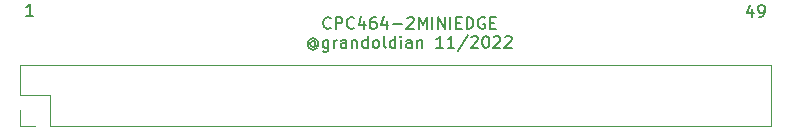
<source format=gbr>
%TF.GenerationSoftware,KiCad,Pcbnew,(6.0.0)*%
%TF.CreationDate,2022-11-25T01:18:30+00:00*%
%TF.ProjectId,CPC464-2MINI-EDGE,43504334-3634-42d3-924d-494e492d4544,rev?*%
%TF.SameCoordinates,Original*%
%TF.FileFunction,Legend,Top*%
%TF.FilePolarity,Positive*%
%FSLAX46Y46*%
G04 Gerber Fmt 4.6, Leading zero omitted, Abs format (unit mm)*
G04 Created by KiCad (PCBNEW (6.0.0)) date 2022-11-25 01:18:30*
%MOMM*%
%LPD*%
G01*
G04 APERTURE LIST*
%ADD10C,0.150000*%
%ADD11C,0.120000*%
G04 APERTURE END LIST*
D10*
X217388323Y-55736942D02*
X217340704Y-55784561D01*
X217197847Y-55832180D01*
X217102609Y-55832180D01*
X216959752Y-55784561D01*
X216864514Y-55689323D01*
X216816895Y-55594085D01*
X216769276Y-55403609D01*
X216769276Y-55260752D01*
X216816895Y-55070276D01*
X216864514Y-54975038D01*
X216959752Y-54879800D01*
X217102609Y-54832180D01*
X217197847Y-54832180D01*
X217340704Y-54879800D01*
X217388323Y-54927419D01*
X217816895Y-55832180D02*
X217816895Y-54832180D01*
X218197847Y-54832180D01*
X218293085Y-54879800D01*
X218340704Y-54927419D01*
X218388323Y-55022657D01*
X218388323Y-55165514D01*
X218340704Y-55260752D01*
X218293085Y-55308371D01*
X218197847Y-55355990D01*
X217816895Y-55355990D01*
X219388323Y-55736942D02*
X219340704Y-55784561D01*
X219197847Y-55832180D01*
X219102609Y-55832180D01*
X218959752Y-55784561D01*
X218864514Y-55689323D01*
X218816895Y-55594085D01*
X218769276Y-55403609D01*
X218769276Y-55260752D01*
X218816895Y-55070276D01*
X218864514Y-54975038D01*
X218959752Y-54879800D01*
X219102609Y-54832180D01*
X219197847Y-54832180D01*
X219340704Y-54879800D01*
X219388323Y-54927419D01*
X220245466Y-55165514D02*
X220245466Y-55832180D01*
X220007371Y-54784561D02*
X219769276Y-55498847D01*
X220388323Y-55498847D01*
X221197847Y-54832180D02*
X221007371Y-54832180D01*
X220912133Y-54879800D01*
X220864514Y-54927419D01*
X220769276Y-55070276D01*
X220721657Y-55260752D01*
X220721657Y-55641704D01*
X220769276Y-55736942D01*
X220816895Y-55784561D01*
X220912133Y-55832180D01*
X221102609Y-55832180D01*
X221197847Y-55784561D01*
X221245466Y-55736942D01*
X221293085Y-55641704D01*
X221293085Y-55403609D01*
X221245466Y-55308371D01*
X221197847Y-55260752D01*
X221102609Y-55213133D01*
X220912133Y-55213133D01*
X220816895Y-55260752D01*
X220769276Y-55308371D01*
X220721657Y-55403609D01*
X222150228Y-55165514D02*
X222150228Y-55832180D01*
X221912133Y-54784561D02*
X221674038Y-55498847D01*
X222293085Y-55498847D01*
X222674038Y-55451228D02*
X223435942Y-55451228D01*
X223864514Y-54927419D02*
X223912133Y-54879800D01*
X224007371Y-54832180D01*
X224245466Y-54832180D01*
X224340704Y-54879800D01*
X224388323Y-54927419D01*
X224435942Y-55022657D01*
X224435942Y-55117895D01*
X224388323Y-55260752D01*
X223816895Y-55832180D01*
X224435942Y-55832180D01*
X224864514Y-55832180D02*
X224864514Y-54832180D01*
X225197847Y-55546466D01*
X225531180Y-54832180D01*
X225531180Y-55832180D01*
X226007371Y-55832180D02*
X226007371Y-54832180D01*
X226483561Y-55832180D02*
X226483561Y-54832180D01*
X227054990Y-55832180D01*
X227054990Y-54832180D01*
X227531180Y-55832180D02*
X227531180Y-54832180D01*
X228007371Y-55308371D02*
X228340704Y-55308371D01*
X228483561Y-55832180D02*
X228007371Y-55832180D01*
X228007371Y-54832180D01*
X228483561Y-54832180D01*
X228912133Y-55832180D02*
X228912133Y-54832180D01*
X229150228Y-54832180D01*
X229293085Y-54879800D01*
X229388323Y-54975038D01*
X229435942Y-55070276D01*
X229483561Y-55260752D01*
X229483561Y-55403609D01*
X229435942Y-55594085D01*
X229388323Y-55689323D01*
X229293085Y-55784561D01*
X229150228Y-55832180D01*
X228912133Y-55832180D01*
X230435942Y-54879800D02*
X230340704Y-54832180D01*
X230197847Y-54832180D01*
X230054990Y-54879800D01*
X229959752Y-54975038D01*
X229912133Y-55070276D01*
X229864514Y-55260752D01*
X229864514Y-55403609D01*
X229912133Y-55594085D01*
X229959752Y-55689323D01*
X230054990Y-55784561D01*
X230197847Y-55832180D01*
X230293085Y-55832180D01*
X230435942Y-55784561D01*
X230483561Y-55736942D01*
X230483561Y-55403609D01*
X230293085Y-55403609D01*
X230912133Y-55308371D02*
X231245466Y-55308371D01*
X231388323Y-55832180D02*
X230912133Y-55832180D01*
X230912133Y-54832180D01*
X231388323Y-54832180D01*
X216102609Y-56965990D02*
X216054990Y-56918371D01*
X215959752Y-56870752D01*
X215864514Y-56870752D01*
X215769276Y-56918371D01*
X215721657Y-56965990D01*
X215674038Y-57061228D01*
X215674038Y-57156466D01*
X215721657Y-57251704D01*
X215769276Y-57299323D01*
X215864514Y-57346942D01*
X215959752Y-57346942D01*
X216054990Y-57299323D01*
X216102609Y-57251704D01*
X216102609Y-56870752D02*
X216102609Y-57251704D01*
X216150228Y-57299323D01*
X216197847Y-57299323D01*
X216293085Y-57251704D01*
X216340704Y-57156466D01*
X216340704Y-56918371D01*
X216245466Y-56775514D01*
X216102609Y-56680276D01*
X215912133Y-56632657D01*
X215721657Y-56680276D01*
X215578800Y-56775514D01*
X215483561Y-56918371D01*
X215435942Y-57108847D01*
X215483561Y-57299323D01*
X215578800Y-57442180D01*
X215721657Y-57537419D01*
X215912133Y-57585038D01*
X216102609Y-57537419D01*
X216245466Y-57442180D01*
X217197847Y-56775514D02*
X217197847Y-57585038D01*
X217150228Y-57680276D01*
X217102609Y-57727895D01*
X217007371Y-57775514D01*
X216864514Y-57775514D01*
X216769276Y-57727895D01*
X217197847Y-57394561D02*
X217102609Y-57442180D01*
X216912133Y-57442180D01*
X216816895Y-57394561D01*
X216769276Y-57346942D01*
X216721657Y-57251704D01*
X216721657Y-56965990D01*
X216769276Y-56870752D01*
X216816895Y-56823133D01*
X216912133Y-56775514D01*
X217102609Y-56775514D01*
X217197847Y-56823133D01*
X217674038Y-57442180D02*
X217674038Y-56775514D01*
X217674038Y-56965990D02*
X217721657Y-56870752D01*
X217769276Y-56823133D01*
X217864514Y-56775514D01*
X217959752Y-56775514D01*
X218721657Y-57442180D02*
X218721657Y-56918371D01*
X218674038Y-56823133D01*
X218578800Y-56775514D01*
X218388323Y-56775514D01*
X218293085Y-56823133D01*
X218721657Y-57394561D02*
X218626419Y-57442180D01*
X218388323Y-57442180D01*
X218293085Y-57394561D01*
X218245466Y-57299323D01*
X218245466Y-57204085D01*
X218293085Y-57108847D01*
X218388323Y-57061228D01*
X218626419Y-57061228D01*
X218721657Y-57013609D01*
X219197847Y-56775514D02*
X219197847Y-57442180D01*
X219197847Y-56870752D02*
X219245466Y-56823133D01*
X219340704Y-56775514D01*
X219483561Y-56775514D01*
X219578800Y-56823133D01*
X219626419Y-56918371D01*
X219626419Y-57442180D01*
X220531180Y-57442180D02*
X220531180Y-56442180D01*
X220531180Y-57394561D02*
X220435942Y-57442180D01*
X220245466Y-57442180D01*
X220150228Y-57394561D01*
X220102609Y-57346942D01*
X220054990Y-57251704D01*
X220054990Y-56965990D01*
X220102609Y-56870752D01*
X220150228Y-56823133D01*
X220245466Y-56775514D01*
X220435942Y-56775514D01*
X220531180Y-56823133D01*
X221150228Y-57442180D02*
X221054990Y-57394561D01*
X221007371Y-57346942D01*
X220959752Y-57251704D01*
X220959752Y-56965990D01*
X221007371Y-56870752D01*
X221054990Y-56823133D01*
X221150228Y-56775514D01*
X221293085Y-56775514D01*
X221388323Y-56823133D01*
X221435942Y-56870752D01*
X221483561Y-56965990D01*
X221483561Y-57251704D01*
X221435942Y-57346942D01*
X221388323Y-57394561D01*
X221293085Y-57442180D01*
X221150228Y-57442180D01*
X222054990Y-57442180D02*
X221959752Y-57394561D01*
X221912133Y-57299323D01*
X221912133Y-56442180D01*
X222864514Y-57442180D02*
X222864514Y-56442180D01*
X222864514Y-57394561D02*
X222769276Y-57442180D01*
X222578800Y-57442180D01*
X222483561Y-57394561D01*
X222435942Y-57346942D01*
X222388323Y-57251704D01*
X222388323Y-56965990D01*
X222435942Y-56870752D01*
X222483561Y-56823133D01*
X222578800Y-56775514D01*
X222769276Y-56775514D01*
X222864514Y-56823133D01*
X223340704Y-57442180D02*
X223340704Y-56775514D01*
X223340704Y-56442180D02*
X223293085Y-56489800D01*
X223340704Y-56537419D01*
X223388323Y-56489800D01*
X223340704Y-56442180D01*
X223340704Y-56537419D01*
X224245466Y-57442180D02*
X224245466Y-56918371D01*
X224197847Y-56823133D01*
X224102609Y-56775514D01*
X223912133Y-56775514D01*
X223816895Y-56823133D01*
X224245466Y-57394561D02*
X224150228Y-57442180D01*
X223912133Y-57442180D01*
X223816895Y-57394561D01*
X223769276Y-57299323D01*
X223769276Y-57204085D01*
X223816895Y-57108847D01*
X223912133Y-57061228D01*
X224150228Y-57061228D01*
X224245466Y-57013609D01*
X224721657Y-56775514D02*
X224721657Y-57442180D01*
X224721657Y-56870752D02*
X224769276Y-56823133D01*
X224864514Y-56775514D01*
X225007371Y-56775514D01*
X225102609Y-56823133D01*
X225150228Y-56918371D01*
X225150228Y-57442180D01*
X226912133Y-57442180D02*
X226340704Y-57442180D01*
X226626419Y-57442180D02*
X226626419Y-56442180D01*
X226531180Y-56585038D01*
X226435942Y-56680276D01*
X226340704Y-56727895D01*
X227864514Y-57442180D02*
X227293085Y-57442180D01*
X227578800Y-57442180D02*
X227578800Y-56442180D01*
X227483561Y-56585038D01*
X227388323Y-56680276D01*
X227293085Y-56727895D01*
X229007371Y-56394561D02*
X228150228Y-57680276D01*
X229293085Y-56537419D02*
X229340704Y-56489800D01*
X229435942Y-56442180D01*
X229674038Y-56442180D01*
X229769276Y-56489800D01*
X229816895Y-56537419D01*
X229864514Y-56632657D01*
X229864514Y-56727895D01*
X229816895Y-56870752D01*
X229245466Y-57442180D01*
X229864514Y-57442180D01*
X230483561Y-56442180D02*
X230578800Y-56442180D01*
X230674038Y-56489800D01*
X230721657Y-56537419D01*
X230769276Y-56632657D01*
X230816895Y-56823133D01*
X230816895Y-57061228D01*
X230769276Y-57251704D01*
X230721657Y-57346942D01*
X230674038Y-57394561D01*
X230578800Y-57442180D01*
X230483561Y-57442180D01*
X230388323Y-57394561D01*
X230340704Y-57346942D01*
X230293085Y-57251704D01*
X230245466Y-57061228D01*
X230245466Y-56823133D01*
X230293085Y-56632657D01*
X230340704Y-56537419D01*
X230388323Y-56489800D01*
X230483561Y-56442180D01*
X231197847Y-56537419D02*
X231245466Y-56489800D01*
X231340704Y-56442180D01*
X231578799Y-56442180D01*
X231674038Y-56489800D01*
X231721657Y-56537419D01*
X231769276Y-56632657D01*
X231769276Y-56727895D01*
X231721657Y-56870752D01*
X231150228Y-57442180D01*
X231769276Y-57442180D01*
X232150228Y-56537419D02*
X232197847Y-56489800D01*
X232293085Y-56442180D01*
X232531180Y-56442180D01*
X232626419Y-56489800D01*
X232674038Y-56537419D01*
X232721657Y-56632657D01*
X232721657Y-56727895D01*
X232674038Y-56870752D01*
X232102609Y-57442180D01*
X232721657Y-57442180D01*
%TO.C,PL3*%
X192200914Y-54706780D02*
X191629485Y-54706780D01*
X191915200Y-54706780D02*
X191915200Y-53706780D01*
X191819961Y-53849638D01*
X191724723Y-53944876D01*
X191629485Y-53992495D01*
X253097485Y-54167114D02*
X253097485Y-54833780D01*
X252859390Y-53786161D02*
X252621295Y-54500447D01*
X253240342Y-54500447D01*
X253668914Y-54833780D02*
X253859390Y-54833780D01*
X253954628Y-54786161D01*
X254002247Y-54738542D01*
X254097485Y-54595685D01*
X254145104Y-54405209D01*
X254145104Y-54024257D01*
X254097485Y-53929019D01*
X254049866Y-53881400D01*
X253954628Y-53833780D01*
X253764152Y-53833780D01*
X253668914Y-53881400D01*
X253621295Y-53929019D01*
X253573676Y-54024257D01*
X253573676Y-54262352D01*
X253621295Y-54357590D01*
X253668914Y-54405209D01*
X253764152Y-54452828D01*
X253954628Y-54452828D01*
X254049866Y-54405209D01*
X254097485Y-54357590D01*
X254145104Y-54262352D01*
D11*
%TO.C,PL2*%
X193654600Y-64073000D02*
X254674600Y-64073000D01*
X192384600Y-64073000D02*
X191054600Y-64073000D01*
X191054600Y-61473000D02*
X191054600Y-58873000D01*
X191054600Y-64073000D02*
X191054600Y-62743000D01*
X254674600Y-64073000D02*
X254674600Y-58873000D01*
X191054600Y-58873000D02*
X254674600Y-58873000D01*
X193654600Y-64073000D02*
X193654600Y-61473000D01*
X193654600Y-61473000D02*
X191054600Y-61473000D01*
%TD*%
M02*

</source>
